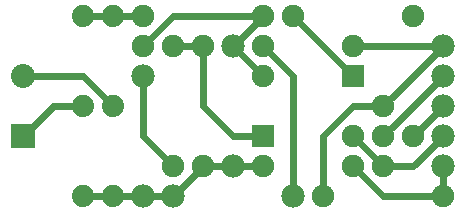
<source format=gbl>
G04 MADE WITH FRITZING*
G04 WWW.FRITZING.ORG*
G04 SINGLE SIDED*
G04 HOLES NOT PLATED*
G04 CONTOUR ON CENTER OF CONTOUR VECTOR*
%ASAXBY*%
%FSLAX23Y23*%
%MOIN*%
%OFA0B0*%
%SFA1.0B1.0*%
%ADD10C,0.078000*%
%ADD11C,0.075000*%
%ADD12C,0.074000*%
%ADD13C,0.080000*%
%ADD14R,0.079986X0.080000*%
%ADD15R,0.075000X0.075000*%
%ADD16C,0.024000*%
%LNCOPPER0*%
G90*
G70*
G54D10*
X1467Y566D03*
X1467Y466D03*
X1467Y366D03*
X1467Y266D03*
X1467Y166D03*
G54D11*
X1267Y366D03*
X1267Y266D03*
X1267Y166D03*
X1467Y66D03*
X1067Y66D03*
X1367Y266D03*
X1367Y666D03*
X967Y666D03*
X1367Y666D03*
G54D12*
X367Y366D03*
X367Y666D03*
X267Y366D03*
X267Y666D03*
X367Y66D03*
X367Y366D03*
X267Y66D03*
X267Y366D03*
G54D13*
X67Y266D03*
X67Y466D03*
G54D10*
X567Y66D03*
X967Y66D03*
X767Y166D03*
X767Y566D03*
X467Y66D03*
X467Y466D03*
G54D11*
X467Y666D03*
X467Y566D03*
X467Y466D03*
X867Y666D03*
X467Y666D03*
X667Y566D03*
X667Y166D03*
X567Y566D03*
X567Y166D03*
X867Y266D03*
X1167Y266D03*
X867Y166D03*
X1167Y166D03*
X1167Y466D03*
X867Y466D03*
X1167Y566D03*
X867Y566D03*
G54D14*
X67Y266D03*
G54D15*
X867Y266D03*
X1167Y466D03*
G54D16*
X1437Y566D02*
X1196Y566D01*
D02*
X847Y646D02*
X789Y588D01*
D02*
X1068Y266D02*
X1068Y95D01*
D02*
X1168Y366D02*
X1068Y266D01*
D02*
X988Y646D02*
X1147Y487D01*
D02*
X1168Y366D02*
X1239Y366D01*
D02*
X1266Y66D02*
X1188Y146D01*
D02*
X1439Y66D02*
X1266Y66D01*
D02*
X1247Y187D02*
X1188Y246D01*
D02*
X1368Y166D02*
X1296Y166D01*
D02*
X1446Y245D02*
X1368Y166D01*
D02*
X1446Y545D02*
X1288Y387D01*
D02*
X1446Y445D02*
X1288Y287D01*
D02*
X1446Y345D02*
X1388Y287D01*
D02*
X1467Y136D02*
X1467Y95D01*
D02*
X839Y166D02*
X798Y166D01*
D02*
X696Y166D02*
X737Y166D01*
D02*
X667Y366D02*
X667Y538D01*
D02*
X768Y267D02*
X667Y366D01*
D02*
X839Y267D02*
X768Y267D01*
D02*
X596Y566D02*
X639Y566D01*
D02*
X468Y267D02*
X547Y187D01*
D02*
X468Y438D02*
X468Y267D01*
D02*
X767Y667D02*
X568Y667D01*
D02*
X568Y667D02*
X488Y587D01*
D02*
X839Y667D02*
X767Y667D01*
D02*
X847Y487D02*
X789Y545D01*
D02*
X967Y466D02*
X888Y546D01*
D02*
X967Y97D02*
X967Y466D01*
D02*
X647Y146D02*
X589Y88D01*
D02*
X168Y366D02*
X90Y288D01*
D02*
X239Y366D02*
X168Y366D01*
D02*
X267Y467D02*
X99Y467D01*
D02*
X347Y387D02*
X267Y467D01*
D02*
X339Y66D02*
X296Y66D01*
D02*
X437Y66D02*
X396Y66D01*
D02*
X339Y666D02*
X296Y666D01*
D02*
X439Y666D02*
X396Y666D01*
D02*
X498Y66D02*
X537Y66D01*
G04 End of Copper0*
M02*
</source>
